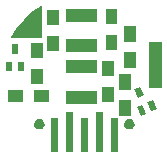
<source format=gbr>
G04 #@! TF.GenerationSoftware,KiCad,Pcbnew,(5.1.2)-1*
G04 #@! TF.CreationDate,2019-06-20T00:50:11-07:00*
G04 #@! TF.ProjectId,SMOL,534d4f4c-2e6b-4696-9361-645f70636258,rev?*
G04 #@! TF.SameCoordinates,Original*
G04 #@! TF.FileFunction,Soldermask,Top*
G04 #@! TF.FilePolarity,Negative*
%FSLAX46Y46*%
G04 Gerber Fmt 4.6, Leading zero omitted, Abs format (unit mm)*
G04 Created by KiCad (PCBNEW (5.1.2)-1) date 2019-06-20 00:50:11*
%MOMM*%
%LPD*%
G04 APERTURE LIST*
%ADD10C,0.304800*%
G04 APERTURE END LIST*
D10*
G36*
X99364800Y-107810300D02*
G01*
X98755200Y-107810300D01*
X98755200Y-104914700D01*
X99364800Y-104914700D01*
X99364800Y-107810300D01*
X99364800Y-107810300D01*
G37*
G36*
X103174800Y-107810300D02*
G01*
X102565200Y-107810300D01*
X102565200Y-104406700D01*
X103174800Y-104406700D01*
X103174800Y-107810300D01*
X103174800Y-107810300D01*
G37*
G36*
X104444800Y-107810300D02*
G01*
X103835200Y-107810300D01*
X103835200Y-104914700D01*
X104403201Y-104914700D01*
X104427587Y-104912298D01*
X104444800Y-104907077D01*
X104444800Y-107810300D01*
X104444800Y-107810300D01*
G37*
G36*
X101904800Y-107810300D02*
G01*
X101295200Y-107810300D01*
X101295200Y-104914700D01*
X101904800Y-104914700D01*
X101904800Y-107810300D01*
X101904800Y-107810300D01*
G37*
G36*
X100634800Y-107810300D02*
G01*
X100025200Y-107810300D01*
X100025200Y-104406700D01*
X100634800Y-104406700D01*
X100634800Y-107810300D01*
X100634800Y-107810300D01*
G37*
G36*
X97921493Y-104976524D02*
G01*
X98003534Y-105010506D01*
X98077368Y-105059841D01*
X98140159Y-105122632D01*
X98189494Y-105196466D01*
X98223476Y-105278507D01*
X98240800Y-105365600D01*
X98240800Y-105454400D01*
X98223476Y-105541493D01*
X98189494Y-105623534D01*
X98140159Y-105697368D01*
X98077368Y-105760159D01*
X98003534Y-105809494D01*
X97921493Y-105843476D01*
X97834400Y-105860800D01*
X97745600Y-105860800D01*
X97658507Y-105843476D01*
X97576466Y-105809494D01*
X97502632Y-105760159D01*
X97439841Y-105697368D01*
X97390506Y-105623534D01*
X97356524Y-105541493D01*
X97339200Y-105454400D01*
X97339200Y-105365600D01*
X97356524Y-105278507D01*
X97390506Y-105196466D01*
X97439841Y-105122632D01*
X97502632Y-105059841D01*
X97576466Y-105010506D01*
X97658507Y-104976524D01*
X97745600Y-104959200D01*
X97834400Y-104959200D01*
X97921493Y-104976524D01*
X97921493Y-104976524D01*
G37*
G36*
X105541493Y-104976524D02*
G01*
X105623534Y-105010506D01*
X105697368Y-105059841D01*
X105760159Y-105122632D01*
X105809494Y-105196466D01*
X105843476Y-105278507D01*
X105860800Y-105365600D01*
X105860800Y-105454400D01*
X105843476Y-105541493D01*
X105809494Y-105623534D01*
X105760159Y-105697368D01*
X105697368Y-105760159D01*
X105623534Y-105809494D01*
X105541493Y-105843476D01*
X105454400Y-105860800D01*
X105365600Y-105860800D01*
X105278507Y-105843476D01*
X105196466Y-105809494D01*
X105122632Y-105760159D01*
X105059841Y-105697368D01*
X105010506Y-105623534D01*
X104976524Y-105541493D01*
X104959200Y-105454400D01*
X104959200Y-105365600D01*
X104976524Y-105278507D01*
X105010506Y-105196466D01*
X105059841Y-105122632D01*
X105122632Y-105059841D01*
X105196466Y-105010506D01*
X105278507Y-104976524D01*
X105365600Y-104959200D01*
X105454400Y-104959200D01*
X105541493Y-104976524D01*
X105541493Y-104976524D01*
G37*
G36*
X106616427Y-104103677D02*
G01*
X106813497Y-104526295D01*
X106358894Y-104738280D01*
X106358893Y-104738280D01*
X106015897Y-104002721D01*
X106470500Y-103790736D01*
X106470501Y-103790736D01*
X106616427Y-104103677D01*
X106616427Y-104103677D01*
G37*
G36*
X105529800Y-104684299D02*
G01*
X104569799Y-104684299D01*
X104545413Y-104686701D01*
X104528200Y-104691922D01*
X104528200Y-103382699D01*
X105529800Y-103382699D01*
X105529800Y-104684299D01*
X105529800Y-104684299D01*
G37*
G36*
X107719804Y-104103677D02*
G01*
X107265201Y-104315662D01*
X107265200Y-104315662D01*
X106922204Y-103580103D01*
X106933576Y-103574800D01*
X107376807Y-103368118D01*
X107376808Y-103368118D01*
X107719804Y-104103677D01*
X107719804Y-104103677D01*
G37*
G36*
X102707800Y-103674800D02*
G01*
X100006200Y-103674800D01*
X100006200Y-102573200D01*
X102707800Y-102573200D01*
X102707800Y-103674800D01*
X102707800Y-103674800D01*
G37*
G36*
X104132800Y-103574800D02*
G01*
X103131200Y-103574800D01*
X103131200Y-102273200D01*
X104132800Y-102273200D01*
X104132800Y-103574800D01*
X104132800Y-103574800D01*
G37*
G36*
X96400800Y-103550800D02*
G01*
X95099200Y-103550800D01*
X95099200Y-102549200D01*
X96400800Y-102549200D01*
X96400800Y-103550800D01*
X96400800Y-103550800D01*
G37*
G36*
X98600800Y-103550800D02*
G01*
X97299200Y-103550800D01*
X97299200Y-102549200D01*
X98600800Y-102549200D01*
X98600800Y-103550800D01*
X98600800Y-103550800D01*
G37*
G36*
X106454442Y-102573200D02*
G01*
X106636949Y-102964588D01*
X106182346Y-103176573D01*
X106182345Y-103176573D01*
X105839349Y-102441014D01*
X106022091Y-102355800D01*
X106293952Y-102229029D01*
X106293953Y-102229029D01*
X106454442Y-102573200D01*
X106454442Y-102573200D01*
G37*
G36*
X105529800Y-102484301D02*
G01*
X104528200Y-102484301D01*
X104528200Y-101182701D01*
X105529800Y-101182701D01*
X105529800Y-102484301D01*
X105529800Y-102484301D01*
G37*
G36*
X108150800Y-102355800D02*
G01*
X107049200Y-102355800D01*
X107049200Y-98444200D01*
X108150800Y-98444200D01*
X108150800Y-102355800D01*
X108150800Y-102355800D01*
G37*
G36*
X98100800Y-102050799D02*
G01*
X97099200Y-102050799D01*
X97099200Y-100749199D01*
X98100800Y-100749199D01*
X98100800Y-102050799D01*
X98100800Y-102050799D01*
G37*
G36*
X104132800Y-101374800D02*
G01*
X103131200Y-101374800D01*
X103131200Y-100073200D01*
X104132800Y-100073200D01*
X104132800Y-101374800D01*
X104132800Y-101374800D01*
G37*
G36*
X102707800Y-101074800D02*
G01*
X100006200Y-101074800D01*
X100006200Y-99973200D01*
X102707800Y-99973200D01*
X102707800Y-101074800D01*
X102707800Y-101074800D01*
G37*
G36*
X95450800Y-100950800D02*
G01*
X94949200Y-100950800D01*
X94949200Y-100139200D01*
X95450800Y-100139200D01*
X95450800Y-100950800D01*
X95450800Y-100950800D01*
G37*
G36*
X96450800Y-100950800D02*
G01*
X95949200Y-100950800D01*
X95949200Y-100139200D01*
X96450800Y-100139200D01*
X96450800Y-100950800D01*
X96450800Y-100950800D01*
G37*
G36*
X105974300Y-100620300D02*
G01*
X104972700Y-100620300D01*
X104972700Y-99318700D01*
X105974300Y-99318700D01*
X105974300Y-100620300D01*
X105974300Y-100620300D01*
G37*
G36*
X98100800Y-99850801D02*
G01*
X97099200Y-99850801D01*
X97099200Y-98549201D01*
X98100800Y-98549201D01*
X98100800Y-99850801D01*
X98100800Y-99850801D01*
G37*
G36*
X95950800Y-99460800D02*
G01*
X95449200Y-99460800D01*
X95449200Y-98649200D01*
X95950800Y-98649200D01*
X95950800Y-99460800D01*
X95950800Y-99460800D01*
G37*
G36*
X102707800Y-99326800D02*
G01*
X100006200Y-99326800D01*
X100006200Y-98225200D01*
X102707800Y-98225200D01*
X102707800Y-99326800D01*
X102707800Y-99326800D01*
G37*
G36*
X99470200Y-99256800D02*
G01*
X98468600Y-99256800D01*
X98468600Y-97955200D01*
X99470200Y-97955200D01*
X99470200Y-99256800D01*
X99470200Y-99256800D01*
G37*
G36*
X104397800Y-99172800D02*
G01*
X103396200Y-99172800D01*
X103396200Y-97871200D01*
X104397800Y-97871200D01*
X104397800Y-99172800D01*
X104397800Y-99172800D01*
G37*
G36*
X105974300Y-98420300D02*
G01*
X104972700Y-98420300D01*
X104972700Y-97118700D01*
X105974300Y-97118700D01*
X105974300Y-98420300D01*
X105974300Y-98420300D01*
G37*
G36*
X98008993Y-95399977D02*
G01*
X98012383Y-95400478D01*
X98021799Y-95403843D01*
X98021800Y-95403844D01*
X98021804Y-95403845D01*
X98030389Y-95408986D01*
X98037807Y-95415702D01*
X98043772Y-95423737D01*
X98048054Y-95432781D01*
X98050864Y-95443977D01*
X98051651Y-95454617D01*
X98051651Y-98093862D01*
X98050066Y-98109956D01*
X98047160Y-98119536D01*
X98042730Y-98127824D01*
X98042443Y-98128360D01*
X98036095Y-98136095D01*
X98028360Y-98142443D01*
X98028358Y-98142444D01*
X98019536Y-98147160D01*
X98009956Y-98150066D01*
X97993862Y-98151651D01*
X95406138Y-98151651D01*
X95390044Y-98150066D01*
X95380464Y-98147160D01*
X95371642Y-98142444D01*
X95371640Y-98142443D01*
X95363905Y-98136095D01*
X95357557Y-98128360D01*
X95357270Y-98127824D01*
X95352840Y-98119536D01*
X95349934Y-98109956D01*
X95348954Y-98100000D01*
X95349934Y-98090044D01*
X95353285Y-98078998D01*
X95358086Y-98069465D01*
X95802914Y-97328084D01*
X95814525Y-97312069D01*
X96458805Y-96568668D01*
X96467179Y-96559980D01*
X97209938Y-95866738D01*
X97214541Y-95863270D01*
X97215170Y-95862683D01*
X97223737Y-95856228D01*
X97224478Y-95855783D01*
X97229075Y-95852320D01*
X97968156Y-95408872D01*
X97973729Y-95406233D01*
X97973737Y-95406228D01*
X97982781Y-95401946D01*
X97992487Y-95399510D01*
X98002481Y-95399014D01*
X98008993Y-95399977D01*
X98008993Y-95399977D01*
G37*
G36*
X99470200Y-97056800D02*
G01*
X98468600Y-97056800D01*
X98468600Y-95755200D01*
X99470200Y-95755200D01*
X99470200Y-97056800D01*
X99470200Y-97056800D01*
G37*
G36*
X104397800Y-96972800D02*
G01*
X103396200Y-96972800D01*
X103396200Y-95671200D01*
X104397800Y-95671200D01*
X104397800Y-96972800D01*
X104397800Y-96972800D01*
G37*
G36*
X102707800Y-96726800D02*
G01*
X100006200Y-96726800D01*
X100006200Y-95625200D01*
X102707800Y-95625200D01*
X102707800Y-96726800D01*
X102707800Y-96726800D01*
G37*
M02*

</source>
